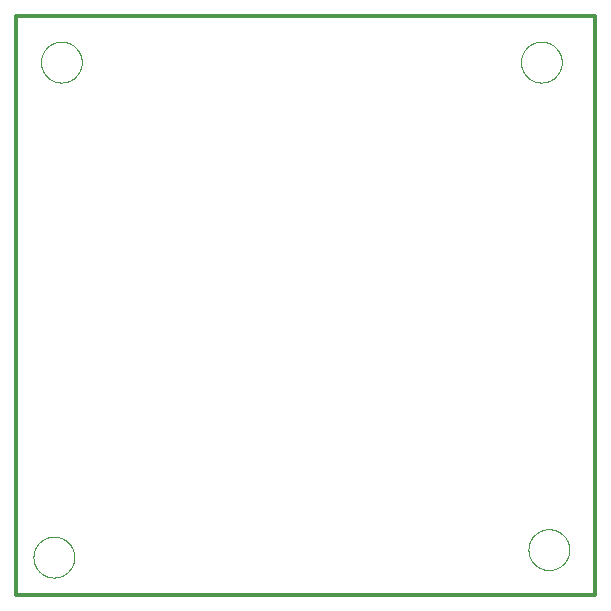
<source format=gtp>
G75*
%MOIN*%
%OFA0B0*%
%FSLAX25Y25*%
%IPPOS*%
%LPD*%
%AMOC8*
5,1,8,0,0,1.08239X$1,22.5*
%
%ADD10C,0.01200*%
%ADD11C,0.00000*%
D10*
X0011733Y0001600D02*
X0011733Y0194513D01*
X0204647Y0194513D01*
X0204647Y0001600D01*
X0011733Y0001600D01*
D11*
X0017433Y0014100D02*
X0017435Y0014267D01*
X0017441Y0014434D01*
X0017451Y0014600D01*
X0017466Y0014767D01*
X0017484Y0014932D01*
X0017507Y0015098D01*
X0017533Y0015263D01*
X0017564Y0015427D01*
X0017598Y0015590D01*
X0017637Y0015752D01*
X0017679Y0015914D01*
X0017726Y0016074D01*
X0017776Y0016233D01*
X0017831Y0016391D01*
X0017889Y0016547D01*
X0017951Y0016702D01*
X0018016Y0016856D01*
X0018086Y0017007D01*
X0018159Y0017157D01*
X0018236Y0017305D01*
X0018316Y0017452D01*
X0018400Y0017596D01*
X0018488Y0017738D01*
X0018579Y0017878D01*
X0018673Y0018015D01*
X0018771Y0018151D01*
X0018872Y0018284D01*
X0018977Y0018414D01*
X0019084Y0018542D01*
X0019195Y0018667D01*
X0019308Y0018789D01*
X0019425Y0018908D01*
X0019544Y0019025D01*
X0019666Y0019138D01*
X0019791Y0019249D01*
X0019919Y0019356D01*
X0020049Y0019461D01*
X0020182Y0019562D01*
X0020318Y0019660D01*
X0020455Y0019754D01*
X0020595Y0019845D01*
X0020737Y0019933D01*
X0020881Y0020017D01*
X0021028Y0020097D01*
X0021176Y0020174D01*
X0021326Y0020247D01*
X0021477Y0020317D01*
X0021631Y0020382D01*
X0021786Y0020444D01*
X0021942Y0020502D01*
X0022100Y0020557D01*
X0022259Y0020607D01*
X0022419Y0020654D01*
X0022581Y0020696D01*
X0022743Y0020735D01*
X0022906Y0020769D01*
X0023070Y0020800D01*
X0023235Y0020826D01*
X0023401Y0020849D01*
X0023566Y0020867D01*
X0023733Y0020882D01*
X0023899Y0020892D01*
X0024066Y0020898D01*
X0024233Y0020900D01*
X0024400Y0020898D01*
X0024567Y0020892D01*
X0024733Y0020882D01*
X0024900Y0020867D01*
X0025065Y0020849D01*
X0025231Y0020826D01*
X0025396Y0020800D01*
X0025560Y0020769D01*
X0025723Y0020735D01*
X0025885Y0020696D01*
X0026047Y0020654D01*
X0026207Y0020607D01*
X0026366Y0020557D01*
X0026524Y0020502D01*
X0026680Y0020444D01*
X0026835Y0020382D01*
X0026989Y0020317D01*
X0027140Y0020247D01*
X0027290Y0020174D01*
X0027438Y0020097D01*
X0027585Y0020017D01*
X0027729Y0019933D01*
X0027871Y0019845D01*
X0028011Y0019754D01*
X0028148Y0019660D01*
X0028284Y0019562D01*
X0028417Y0019461D01*
X0028547Y0019356D01*
X0028675Y0019249D01*
X0028800Y0019138D01*
X0028922Y0019025D01*
X0029041Y0018908D01*
X0029158Y0018789D01*
X0029271Y0018667D01*
X0029382Y0018542D01*
X0029489Y0018414D01*
X0029594Y0018284D01*
X0029695Y0018151D01*
X0029793Y0018015D01*
X0029887Y0017878D01*
X0029978Y0017738D01*
X0030066Y0017596D01*
X0030150Y0017452D01*
X0030230Y0017305D01*
X0030307Y0017157D01*
X0030380Y0017007D01*
X0030450Y0016856D01*
X0030515Y0016702D01*
X0030577Y0016547D01*
X0030635Y0016391D01*
X0030690Y0016233D01*
X0030740Y0016074D01*
X0030787Y0015914D01*
X0030829Y0015752D01*
X0030868Y0015590D01*
X0030902Y0015427D01*
X0030933Y0015263D01*
X0030959Y0015098D01*
X0030982Y0014932D01*
X0031000Y0014767D01*
X0031015Y0014600D01*
X0031025Y0014434D01*
X0031031Y0014267D01*
X0031033Y0014100D01*
X0031031Y0013933D01*
X0031025Y0013766D01*
X0031015Y0013600D01*
X0031000Y0013433D01*
X0030982Y0013268D01*
X0030959Y0013102D01*
X0030933Y0012937D01*
X0030902Y0012773D01*
X0030868Y0012610D01*
X0030829Y0012448D01*
X0030787Y0012286D01*
X0030740Y0012126D01*
X0030690Y0011967D01*
X0030635Y0011809D01*
X0030577Y0011653D01*
X0030515Y0011498D01*
X0030450Y0011344D01*
X0030380Y0011193D01*
X0030307Y0011043D01*
X0030230Y0010895D01*
X0030150Y0010748D01*
X0030066Y0010604D01*
X0029978Y0010462D01*
X0029887Y0010322D01*
X0029793Y0010185D01*
X0029695Y0010049D01*
X0029594Y0009916D01*
X0029489Y0009786D01*
X0029382Y0009658D01*
X0029271Y0009533D01*
X0029158Y0009411D01*
X0029041Y0009292D01*
X0028922Y0009175D01*
X0028800Y0009062D01*
X0028675Y0008951D01*
X0028547Y0008844D01*
X0028417Y0008739D01*
X0028284Y0008638D01*
X0028148Y0008540D01*
X0028011Y0008446D01*
X0027871Y0008355D01*
X0027729Y0008267D01*
X0027585Y0008183D01*
X0027438Y0008103D01*
X0027290Y0008026D01*
X0027140Y0007953D01*
X0026989Y0007883D01*
X0026835Y0007818D01*
X0026680Y0007756D01*
X0026524Y0007698D01*
X0026366Y0007643D01*
X0026207Y0007593D01*
X0026047Y0007546D01*
X0025885Y0007504D01*
X0025723Y0007465D01*
X0025560Y0007431D01*
X0025396Y0007400D01*
X0025231Y0007374D01*
X0025065Y0007351D01*
X0024900Y0007333D01*
X0024733Y0007318D01*
X0024567Y0007308D01*
X0024400Y0007302D01*
X0024233Y0007300D01*
X0024066Y0007302D01*
X0023899Y0007308D01*
X0023733Y0007318D01*
X0023566Y0007333D01*
X0023401Y0007351D01*
X0023235Y0007374D01*
X0023070Y0007400D01*
X0022906Y0007431D01*
X0022743Y0007465D01*
X0022581Y0007504D01*
X0022419Y0007546D01*
X0022259Y0007593D01*
X0022100Y0007643D01*
X0021942Y0007698D01*
X0021786Y0007756D01*
X0021631Y0007818D01*
X0021477Y0007883D01*
X0021326Y0007953D01*
X0021176Y0008026D01*
X0021028Y0008103D01*
X0020881Y0008183D01*
X0020737Y0008267D01*
X0020595Y0008355D01*
X0020455Y0008446D01*
X0020318Y0008540D01*
X0020182Y0008638D01*
X0020049Y0008739D01*
X0019919Y0008844D01*
X0019791Y0008951D01*
X0019666Y0009062D01*
X0019544Y0009175D01*
X0019425Y0009292D01*
X0019308Y0009411D01*
X0019195Y0009533D01*
X0019084Y0009658D01*
X0018977Y0009786D01*
X0018872Y0009916D01*
X0018771Y0010049D01*
X0018673Y0010185D01*
X0018579Y0010322D01*
X0018488Y0010462D01*
X0018400Y0010604D01*
X0018316Y0010748D01*
X0018236Y0010895D01*
X0018159Y0011043D01*
X0018086Y0011193D01*
X0018016Y0011344D01*
X0017951Y0011498D01*
X0017889Y0011653D01*
X0017831Y0011809D01*
X0017776Y0011967D01*
X0017726Y0012126D01*
X0017679Y0012286D01*
X0017637Y0012448D01*
X0017598Y0012610D01*
X0017564Y0012773D01*
X0017533Y0012937D01*
X0017507Y0013102D01*
X0017484Y0013268D01*
X0017466Y0013433D01*
X0017451Y0013600D01*
X0017441Y0013766D01*
X0017435Y0013933D01*
X0017433Y0014100D01*
X0182433Y0016600D02*
X0182435Y0016767D01*
X0182441Y0016934D01*
X0182451Y0017100D01*
X0182466Y0017267D01*
X0182484Y0017432D01*
X0182507Y0017598D01*
X0182533Y0017763D01*
X0182564Y0017927D01*
X0182598Y0018090D01*
X0182637Y0018252D01*
X0182679Y0018414D01*
X0182726Y0018574D01*
X0182776Y0018733D01*
X0182831Y0018891D01*
X0182889Y0019047D01*
X0182951Y0019202D01*
X0183016Y0019356D01*
X0183086Y0019507D01*
X0183159Y0019657D01*
X0183236Y0019805D01*
X0183316Y0019952D01*
X0183400Y0020096D01*
X0183488Y0020238D01*
X0183579Y0020378D01*
X0183673Y0020515D01*
X0183771Y0020651D01*
X0183872Y0020784D01*
X0183977Y0020914D01*
X0184084Y0021042D01*
X0184195Y0021167D01*
X0184308Y0021289D01*
X0184425Y0021408D01*
X0184544Y0021525D01*
X0184666Y0021638D01*
X0184791Y0021749D01*
X0184919Y0021856D01*
X0185049Y0021961D01*
X0185182Y0022062D01*
X0185318Y0022160D01*
X0185455Y0022254D01*
X0185595Y0022345D01*
X0185737Y0022433D01*
X0185881Y0022517D01*
X0186028Y0022597D01*
X0186176Y0022674D01*
X0186326Y0022747D01*
X0186477Y0022817D01*
X0186631Y0022882D01*
X0186786Y0022944D01*
X0186942Y0023002D01*
X0187100Y0023057D01*
X0187259Y0023107D01*
X0187419Y0023154D01*
X0187581Y0023196D01*
X0187743Y0023235D01*
X0187906Y0023269D01*
X0188070Y0023300D01*
X0188235Y0023326D01*
X0188401Y0023349D01*
X0188566Y0023367D01*
X0188733Y0023382D01*
X0188899Y0023392D01*
X0189066Y0023398D01*
X0189233Y0023400D01*
X0189400Y0023398D01*
X0189567Y0023392D01*
X0189733Y0023382D01*
X0189900Y0023367D01*
X0190065Y0023349D01*
X0190231Y0023326D01*
X0190396Y0023300D01*
X0190560Y0023269D01*
X0190723Y0023235D01*
X0190885Y0023196D01*
X0191047Y0023154D01*
X0191207Y0023107D01*
X0191366Y0023057D01*
X0191524Y0023002D01*
X0191680Y0022944D01*
X0191835Y0022882D01*
X0191989Y0022817D01*
X0192140Y0022747D01*
X0192290Y0022674D01*
X0192438Y0022597D01*
X0192585Y0022517D01*
X0192729Y0022433D01*
X0192871Y0022345D01*
X0193011Y0022254D01*
X0193148Y0022160D01*
X0193284Y0022062D01*
X0193417Y0021961D01*
X0193547Y0021856D01*
X0193675Y0021749D01*
X0193800Y0021638D01*
X0193922Y0021525D01*
X0194041Y0021408D01*
X0194158Y0021289D01*
X0194271Y0021167D01*
X0194382Y0021042D01*
X0194489Y0020914D01*
X0194594Y0020784D01*
X0194695Y0020651D01*
X0194793Y0020515D01*
X0194887Y0020378D01*
X0194978Y0020238D01*
X0195066Y0020096D01*
X0195150Y0019952D01*
X0195230Y0019805D01*
X0195307Y0019657D01*
X0195380Y0019507D01*
X0195450Y0019356D01*
X0195515Y0019202D01*
X0195577Y0019047D01*
X0195635Y0018891D01*
X0195690Y0018733D01*
X0195740Y0018574D01*
X0195787Y0018414D01*
X0195829Y0018252D01*
X0195868Y0018090D01*
X0195902Y0017927D01*
X0195933Y0017763D01*
X0195959Y0017598D01*
X0195982Y0017432D01*
X0196000Y0017267D01*
X0196015Y0017100D01*
X0196025Y0016934D01*
X0196031Y0016767D01*
X0196033Y0016600D01*
X0196031Y0016433D01*
X0196025Y0016266D01*
X0196015Y0016100D01*
X0196000Y0015933D01*
X0195982Y0015768D01*
X0195959Y0015602D01*
X0195933Y0015437D01*
X0195902Y0015273D01*
X0195868Y0015110D01*
X0195829Y0014948D01*
X0195787Y0014786D01*
X0195740Y0014626D01*
X0195690Y0014467D01*
X0195635Y0014309D01*
X0195577Y0014153D01*
X0195515Y0013998D01*
X0195450Y0013844D01*
X0195380Y0013693D01*
X0195307Y0013543D01*
X0195230Y0013395D01*
X0195150Y0013248D01*
X0195066Y0013104D01*
X0194978Y0012962D01*
X0194887Y0012822D01*
X0194793Y0012685D01*
X0194695Y0012549D01*
X0194594Y0012416D01*
X0194489Y0012286D01*
X0194382Y0012158D01*
X0194271Y0012033D01*
X0194158Y0011911D01*
X0194041Y0011792D01*
X0193922Y0011675D01*
X0193800Y0011562D01*
X0193675Y0011451D01*
X0193547Y0011344D01*
X0193417Y0011239D01*
X0193284Y0011138D01*
X0193148Y0011040D01*
X0193011Y0010946D01*
X0192871Y0010855D01*
X0192729Y0010767D01*
X0192585Y0010683D01*
X0192438Y0010603D01*
X0192290Y0010526D01*
X0192140Y0010453D01*
X0191989Y0010383D01*
X0191835Y0010318D01*
X0191680Y0010256D01*
X0191524Y0010198D01*
X0191366Y0010143D01*
X0191207Y0010093D01*
X0191047Y0010046D01*
X0190885Y0010004D01*
X0190723Y0009965D01*
X0190560Y0009931D01*
X0190396Y0009900D01*
X0190231Y0009874D01*
X0190065Y0009851D01*
X0189900Y0009833D01*
X0189733Y0009818D01*
X0189567Y0009808D01*
X0189400Y0009802D01*
X0189233Y0009800D01*
X0189066Y0009802D01*
X0188899Y0009808D01*
X0188733Y0009818D01*
X0188566Y0009833D01*
X0188401Y0009851D01*
X0188235Y0009874D01*
X0188070Y0009900D01*
X0187906Y0009931D01*
X0187743Y0009965D01*
X0187581Y0010004D01*
X0187419Y0010046D01*
X0187259Y0010093D01*
X0187100Y0010143D01*
X0186942Y0010198D01*
X0186786Y0010256D01*
X0186631Y0010318D01*
X0186477Y0010383D01*
X0186326Y0010453D01*
X0186176Y0010526D01*
X0186028Y0010603D01*
X0185881Y0010683D01*
X0185737Y0010767D01*
X0185595Y0010855D01*
X0185455Y0010946D01*
X0185318Y0011040D01*
X0185182Y0011138D01*
X0185049Y0011239D01*
X0184919Y0011344D01*
X0184791Y0011451D01*
X0184666Y0011562D01*
X0184544Y0011675D01*
X0184425Y0011792D01*
X0184308Y0011911D01*
X0184195Y0012033D01*
X0184084Y0012158D01*
X0183977Y0012286D01*
X0183872Y0012416D01*
X0183771Y0012549D01*
X0183673Y0012685D01*
X0183579Y0012822D01*
X0183488Y0012962D01*
X0183400Y0013104D01*
X0183316Y0013248D01*
X0183236Y0013395D01*
X0183159Y0013543D01*
X0183086Y0013693D01*
X0183016Y0013844D01*
X0182951Y0013998D01*
X0182889Y0014153D01*
X0182831Y0014309D01*
X0182776Y0014467D01*
X0182726Y0014626D01*
X0182679Y0014786D01*
X0182637Y0014948D01*
X0182598Y0015110D01*
X0182564Y0015273D01*
X0182533Y0015437D01*
X0182507Y0015602D01*
X0182484Y0015768D01*
X0182466Y0015933D01*
X0182451Y0016100D01*
X0182441Y0016266D01*
X0182435Y0016433D01*
X0182433Y0016600D01*
X0179933Y0179100D02*
X0179935Y0179267D01*
X0179941Y0179434D01*
X0179951Y0179600D01*
X0179966Y0179767D01*
X0179984Y0179932D01*
X0180007Y0180098D01*
X0180033Y0180263D01*
X0180064Y0180427D01*
X0180098Y0180590D01*
X0180137Y0180752D01*
X0180179Y0180914D01*
X0180226Y0181074D01*
X0180276Y0181233D01*
X0180331Y0181391D01*
X0180389Y0181547D01*
X0180451Y0181702D01*
X0180516Y0181856D01*
X0180586Y0182007D01*
X0180659Y0182157D01*
X0180736Y0182305D01*
X0180816Y0182452D01*
X0180900Y0182596D01*
X0180988Y0182738D01*
X0181079Y0182878D01*
X0181173Y0183015D01*
X0181271Y0183151D01*
X0181372Y0183284D01*
X0181477Y0183414D01*
X0181584Y0183542D01*
X0181695Y0183667D01*
X0181808Y0183789D01*
X0181925Y0183908D01*
X0182044Y0184025D01*
X0182166Y0184138D01*
X0182291Y0184249D01*
X0182419Y0184356D01*
X0182549Y0184461D01*
X0182682Y0184562D01*
X0182818Y0184660D01*
X0182955Y0184754D01*
X0183095Y0184845D01*
X0183237Y0184933D01*
X0183381Y0185017D01*
X0183528Y0185097D01*
X0183676Y0185174D01*
X0183826Y0185247D01*
X0183977Y0185317D01*
X0184131Y0185382D01*
X0184286Y0185444D01*
X0184442Y0185502D01*
X0184600Y0185557D01*
X0184759Y0185607D01*
X0184919Y0185654D01*
X0185081Y0185696D01*
X0185243Y0185735D01*
X0185406Y0185769D01*
X0185570Y0185800D01*
X0185735Y0185826D01*
X0185901Y0185849D01*
X0186066Y0185867D01*
X0186233Y0185882D01*
X0186399Y0185892D01*
X0186566Y0185898D01*
X0186733Y0185900D01*
X0186900Y0185898D01*
X0187067Y0185892D01*
X0187233Y0185882D01*
X0187400Y0185867D01*
X0187565Y0185849D01*
X0187731Y0185826D01*
X0187896Y0185800D01*
X0188060Y0185769D01*
X0188223Y0185735D01*
X0188385Y0185696D01*
X0188547Y0185654D01*
X0188707Y0185607D01*
X0188866Y0185557D01*
X0189024Y0185502D01*
X0189180Y0185444D01*
X0189335Y0185382D01*
X0189489Y0185317D01*
X0189640Y0185247D01*
X0189790Y0185174D01*
X0189938Y0185097D01*
X0190085Y0185017D01*
X0190229Y0184933D01*
X0190371Y0184845D01*
X0190511Y0184754D01*
X0190648Y0184660D01*
X0190784Y0184562D01*
X0190917Y0184461D01*
X0191047Y0184356D01*
X0191175Y0184249D01*
X0191300Y0184138D01*
X0191422Y0184025D01*
X0191541Y0183908D01*
X0191658Y0183789D01*
X0191771Y0183667D01*
X0191882Y0183542D01*
X0191989Y0183414D01*
X0192094Y0183284D01*
X0192195Y0183151D01*
X0192293Y0183015D01*
X0192387Y0182878D01*
X0192478Y0182738D01*
X0192566Y0182596D01*
X0192650Y0182452D01*
X0192730Y0182305D01*
X0192807Y0182157D01*
X0192880Y0182007D01*
X0192950Y0181856D01*
X0193015Y0181702D01*
X0193077Y0181547D01*
X0193135Y0181391D01*
X0193190Y0181233D01*
X0193240Y0181074D01*
X0193287Y0180914D01*
X0193329Y0180752D01*
X0193368Y0180590D01*
X0193402Y0180427D01*
X0193433Y0180263D01*
X0193459Y0180098D01*
X0193482Y0179932D01*
X0193500Y0179767D01*
X0193515Y0179600D01*
X0193525Y0179434D01*
X0193531Y0179267D01*
X0193533Y0179100D01*
X0193531Y0178933D01*
X0193525Y0178766D01*
X0193515Y0178600D01*
X0193500Y0178433D01*
X0193482Y0178268D01*
X0193459Y0178102D01*
X0193433Y0177937D01*
X0193402Y0177773D01*
X0193368Y0177610D01*
X0193329Y0177448D01*
X0193287Y0177286D01*
X0193240Y0177126D01*
X0193190Y0176967D01*
X0193135Y0176809D01*
X0193077Y0176653D01*
X0193015Y0176498D01*
X0192950Y0176344D01*
X0192880Y0176193D01*
X0192807Y0176043D01*
X0192730Y0175895D01*
X0192650Y0175748D01*
X0192566Y0175604D01*
X0192478Y0175462D01*
X0192387Y0175322D01*
X0192293Y0175185D01*
X0192195Y0175049D01*
X0192094Y0174916D01*
X0191989Y0174786D01*
X0191882Y0174658D01*
X0191771Y0174533D01*
X0191658Y0174411D01*
X0191541Y0174292D01*
X0191422Y0174175D01*
X0191300Y0174062D01*
X0191175Y0173951D01*
X0191047Y0173844D01*
X0190917Y0173739D01*
X0190784Y0173638D01*
X0190648Y0173540D01*
X0190511Y0173446D01*
X0190371Y0173355D01*
X0190229Y0173267D01*
X0190085Y0173183D01*
X0189938Y0173103D01*
X0189790Y0173026D01*
X0189640Y0172953D01*
X0189489Y0172883D01*
X0189335Y0172818D01*
X0189180Y0172756D01*
X0189024Y0172698D01*
X0188866Y0172643D01*
X0188707Y0172593D01*
X0188547Y0172546D01*
X0188385Y0172504D01*
X0188223Y0172465D01*
X0188060Y0172431D01*
X0187896Y0172400D01*
X0187731Y0172374D01*
X0187565Y0172351D01*
X0187400Y0172333D01*
X0187233Y0172318D01*
X0187067Y0172308D01*
X0186900Y0172302D01*
X0186733Y0172300D01*
X0186566Y0172302D01*
X0186399Y0172308D01*
X0186233Y0172318D01*
X0186066Y0172333D01*
X0185901Y0172351D01*
X0185735Y0172374D01*
X0185570Y0172400D01*
X0185406Y0172431D01*
X0185243Y0172465D01*
X0185081Y0172504D01*
X0184919Y0172546D01*
X0184759Y0172593D01*
X0184600Y0172643D01*
X0184442Y0172698D01*
X0184286Y0172756D01*
X0184131Y0172818D01*
X0183977Y0172883D01*
X0183826Y0172953D01*
X0183676Y0173026D01*
X0183528Y0173103D01*
X0183381Y0173183D01*
X0183237Y0173267D01*
X0183095Y0173355D01*
X0182955Y0173446D01*
X0182818Y0173540D01*
X0182682Y0173638D01*
X0182549Y0173739D01*
X0182419Y0173844D01*
X0182291Y0173951D01*
X0182166Y0174062D01*
X0182044Y0174175D01*
X0181925Y0174292D01*
X0181808Y0174411D01*
X0181695Y0174533D01*
X0181584Y0174658D01*
X0181477Y0174786D01*
X0181372Y0174916D01*
X0181271Y0175049D01*
X0181173Y0175185D01*
X0181079Y0175322D01*
X0180988Y0175462D01*
X0180900Y0175604D01*
X0180816Y0175748D01*
X0180736Y0175895D01*
X0180659Y0176043D01*
X0180586Y0176193D01*
X0180516Y0176344D01*
X0180451Y0176498D01*
X0180389Y0176653D01*
X0180331Y0176809D01*
X0180276Y0176967D01*
X0180226Y0177126D01*
X0180179Y0177286D01*
X0180137Y0177448D01*
X0180098Y0177610D01*
X0180064Y0177773D01*
X0180033Y0177937D01*
X0180007Y0178102D01*
X0179984Y0178268D01*
X0179966Y0178433D01*
X0179951Y0178600D01*
X0179941Y0178766D01*
X0179935Y0178933D01*
X0179933Y0179100D01*
X0019933Y0179100D02*
X0019935Y0179267D01*
X0019941Y0179434D01*
X0019951Y0179600D01*
X0019966Y0179767D01*
X0019984Y0179932D01*
X0020007Y0180098D01*
X0020033Y0180263D01*
X0020064Y0180427D01*
X0020098Y0180590D01*
X0020137Y0180752D01*
X0020179Y0180914D01*
X0020226Y0181074D01*
X0020276Y0181233D01*
X0020331Y0181391D01*
X0020389Y0181547D01*
X0020451Y0181702D01*
X0020516Y0181856D01*
X0020586Y0182007D01*
X0020659Y0182157D01*
X0020736Y0182305D01*
X0020816Y0182452D01*
X0020900Y0182596D01*
X0020988Y0182738D01*
X0021079Y0182878D01*
X0021173Y0183015D01*
X0021271Y0183151D01*
X0021372Y0183284D01*
X0021477Y0183414D01*
X0021584Y0183542D01*
X0021695Y0183667D01*
X0021808Y0183789D01*
X0021925Y0183908D01*
X0022044Y0184025D01*
X0022166Y0184138D01*
X0022291Y0184249D01*
X0022419Y0184356D01*
X0022549Y0184461D01*
X0022682Y0184562D01*
X0022818Y0184660D01*
X0022955Y0184754D01*
X0023095Y0184845D01*
X0023237Y0184933D01*
X0023381Y0185017D01*
X0023528Y0185097D01*
X0023676Y0185174D01*
X0023826Y0185247D01*
X0023977Y0185317D01*
X0024131Y0185382D01*
X0024286Y0185444D01*
X0024442Y0185502D01*
X0024600Y0185557D01*
X0024759Y0185607D01*
X0024919Y0185654D01*
X0025081Y0185696D01*
X0025243Y0185735D01*
X0025406Y0185769D01*
X0025570Y0185800D01*
X0025735Y0185826D01*
X0025901Y0185849D01*
X0026066Y0185867D01*
X0026233Y0185882D01*
X0026399Y0185892D01*
X0026566Y0185898D01*
X0026733Y0185900D01*
X0026900Y0185898D01*
X0027067Y0185892D01*
X0027233Y0185882D01*
X0027400Y0185867D01*
X0027565Y0185849D01*
X0027731Y0185826D01*
X0027896Y0185800D01*
X0028060Y0185769D01*
X0028223Y0185735D01*
X0028385Y0185696D01*
X0028547Y0185654D01*
X0028707Y0185607D01*
X0028866Y0185557D01*
X0029024Y0185502D01*
X0029180Y0185444D01*
X0029335Y0185382D01*
X0029489Y0185317D01*
X0029640Y0185247D01*
X0029790Y0185174D01*
X0029938Y0185097D01*
X0030085Y0185017D01*
X0030229Y0184933D01*
X0030371Y0184845D01*
X0030511Y0184754D01*
X0030648Y0184660D01*
X0030784Y0184562D01*
X0030917Y0184461D01*
X0031047Y0184356D01*
X0031175Y0184249D01*
X0031300Y0184138D01*
X0031422Y0184025D01*
X0031541Y0183908D01*
X0031658Y0183789D01*
X0031771Y0183667D01*
X0031882Y0183542D01*
X0031989Y0183414D01*
X0032094Y0183284D01*
X0032195Y0183151D01*
X0032293Y0183015D01*
X0032387Y0182878D01*
X0032478Y0182738D01*
X0032566Y0182596D01*
X0032650Y0182452D01*
X0032730Y0182305D01*
X0032807Y0182157D01*
X0032880Y0182007D01*
X0032950Y0181856D01*
X0033015Y0181702D01*
X0033077Y0181547D01*
X0033135Y0181391D01*
X0033190Y0181233D01*
X0033240Y0181074D01*
X0033287Y0180914D01*
X0033329Y0180752D01*
X0033368Y0180590D01*
X0033402Y0180427D01*
X0033433Y0180263D01*
X0033459Y0180098D01*
X0033482Y0179932D01*
X0033500Y0179767D01*
X0033515Y0179600D01*
X0033525Y0179434D01*
X0033531Y0179267D01*
X0033533Y0179100D01*
X0033531Y0178933D01*
X0033525Y0178766D01*
X0033515Y0178600D01*
X0033500Y0178433D01*
X0033482Y0178268D01*
X0033459Y0178102D01*
X0033433Y0177937D01*
X0033402Y0177773D01*
X0033368Y0177610D01*
X0033329Y0177448D01*
X0033287Y0177286D01*
X0033240Y0177126D01*
X0033190Y0176967D01*
X0033135Y0176809D01*
X0033077Y0176653D01*
X0033015Y0176498D01*
X0032950Y0176344D01*
X0032880Y0176193D01*
X0032807Y0176043D01*
X0032730Y0175895D01*
X0032650Y0175748D01*
X0032566Y0175604D01*
X0032478Y0175462D01*
X0032387Y0175322D01*
X0032293Y0175185D01*
X0032195Y0175049D01*
X0032094Y0174916D01*
X0031989Y0174786D01*
X0031882Y0174658D01*
X0031771Y0174533D01*
X0031658Y0174411D01*
X0031541Y0174292D01*
X0031422Y0174175D01*
X0031300Y0174062D01*
X0031175Y0173951D01*
X0031047Y0173844D01*
X0030917Y0173739D01*
X0030784Y0173638D01*
X0030648Y0173540D01*
X0030511Y0173446D01*
X0030371Y0173355D01*
X0030229Y0173267D01*
X0030085Y0173183D01*
X0029938Y0173103D01*
X0029790Y0173026D01*
X0029640Y0172953D01*
X0029489Y0172883D01*
X0029335Y0172818D01*
X0029180Y0172756D01*
X0029024Y0172698D01*
X0028866Y0172643D01*
X0028707Y0172593D01*
X0028547Y0172546D01*
X0028385Y0172504D01*
X0028223Y0172465D01*
X0028060Y0172431D01*
X0027896Y0172400D01*
X0027731Y0172374D01*
X0027565Y0172351D01*
X0027400Y0172333D01*
X0027233Y0172318D01*
X0027067Y0172308D01*
X0026900Y0172302D01*
X0026733Y0172300D01*
X0026566Y0172302D01*
X0026399Y0172308D01*
X0026233Y0172318D01*
X0026066Y0172333D01*
X0025901Y0172351D01*
X0025735Y0172374D01*
X0025570Y0172400D01*
X0025406Y0172431D01*
X0025243Y0172465D01*
X0025081Y0172504D01*
X0024919Y0172546D01*
X0024759Y0172593D01*
X0024600Y0172643D01*
X0024442Y0172698D01*
X0024286Y0172756D01*
X0024131Y0172818D01*
X0023977Y0172883D01*
X0023826Y0172953D01*
X0023676Y0173026D01*
X0023528Y0173103D01*
X0023381Y0173183D01*
X0023237Y0173267D01*
X0023095Y0173355D01*
X0022955Y0173446D01*
X0022818Y0173540D01*
X0022682Y0173638D01*
X0022549Y0173739D01*
X0022419Y0173844D01*
X0022291Y0173951D01*
X0022166Y0174062D01*
X0022044Y0174175D01*
X0021925Y0174292D01*
X0021808Y0174411D01*
X0021695Y0174533D01*
X0021584Y0174658D01*
X0021477Y0174786D01*
X0021372Y0174916D01*
X0021271Y0175049D01*
X0021173Y0175185D01*
X0021079Y0175322D01*
X0020988Y0175462D01*
X0020900Y0175604D01*
X0020816Y0175748D01*
X0020736Y0175895D01*
X0020659Y0176043D01*
X0020586Y0176193D01*
X0020516Y0176344D01*
X0020451Y0176498D01*
X0020389Y0176653D01*
X0020331Y0176809D01*
X0020276Y0176967D01*
X0020226Y0177126D01*
X0020179Y0177286D01*
X0020137Y0177448D01*
X0020098Y0177610D01*
X0020064Y0177773D01*
X0020033Y0177937D01*
X0020007Y0178102D01*
X0019984Y0178268D01*
X0019966Y0178433D01*
X0019951Y0178600D01*
X0019941Y0178766D01*
X0019935Y0178933D01*
X0019933Y0179100D01*
M02*

</source>
